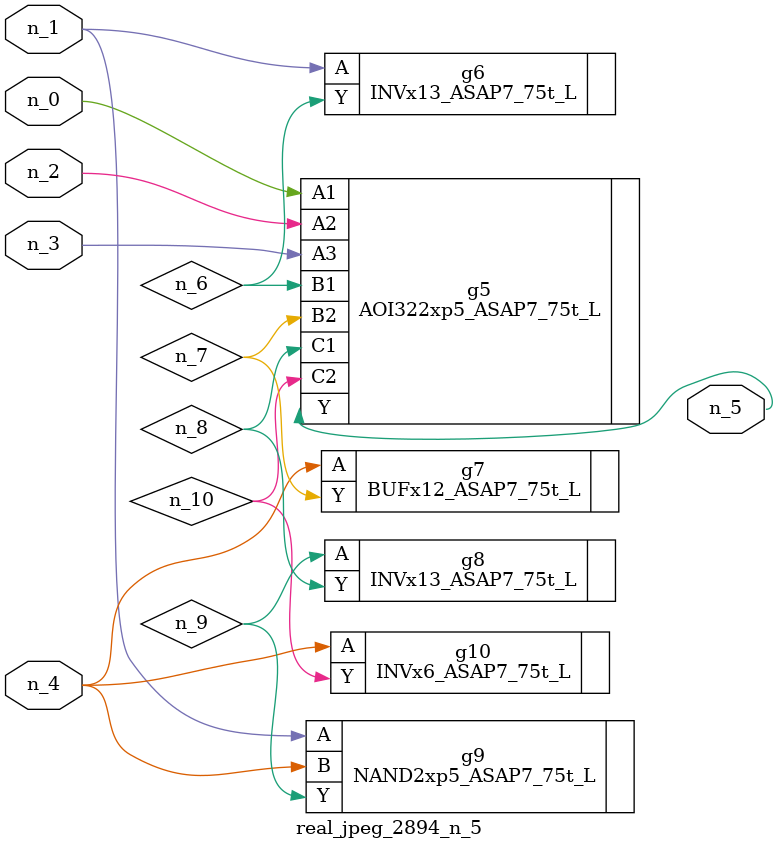
<source format=v>
module real_jpeg_2894_n_5 (n_4, n_0, n_1, n_2, n_3, n_5);

input n_4;
input n_0;
input n_1;
input n_2;
input n_3;

output n_5;

wire n_8;
wire n_6;
wire n_7;
wire n_10;
wire n_9;

AOI322xp5_ASAP7_75t_L g5 ( 
.A1(n_0),
.A2(n_2),
.A3(n_3),
.B1(n_6),
.B2(n_7),
.C1(n_8),
.C2(n_10),
.Y(n_5)
);

INVx13_ASAP7_75t_L g6 ( 
.A(n_1),
.Y(n_6)
);

NAND2xp5_ASAP7_75t_L g9 ( 
.A(n_1),
.B(n_4),
.Y(n_9)
);

BUFx12_ASAP7_75t_L g7 ( 
.A(n_4),
.Y(n_7)
);

INVx6_ASAP7_75t_L g10 ( 
.A(n_4),
.Y(n_10)
);

INVx13_ASAP7_75t_L g8 ( 
.A(n_9),
.Y(n_8)
);


endmodule
</source>
